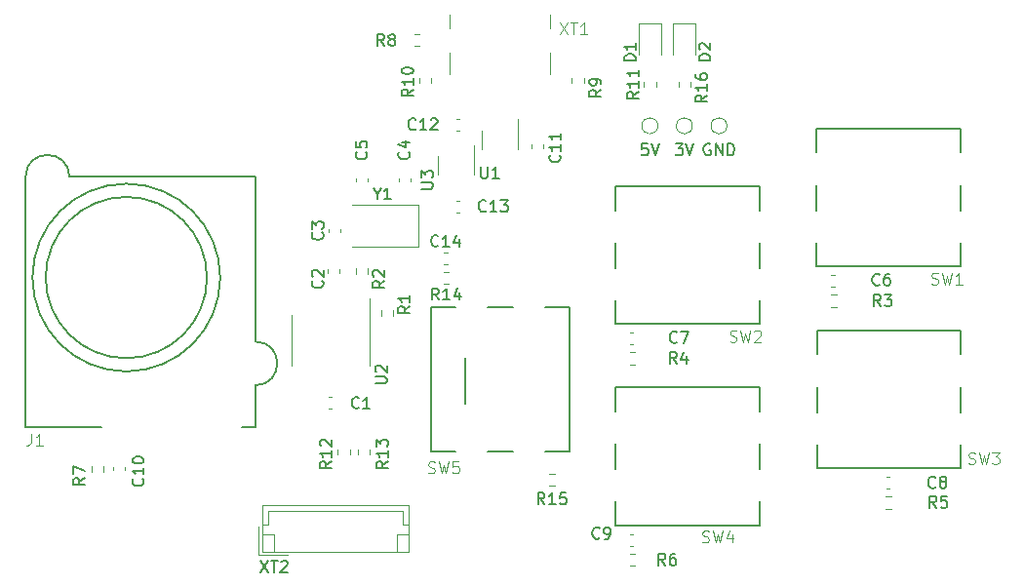
<source format=gbr>
%TF.GenerationSoftware,KiCad,Pcbnew,7.0.6*%
%TF.CreationDate,2023-11-25T17:25:05+01:00*%
%TF.ProjectId,gamepad,67616d65-7061-4642-9e6b-696361645f70,rev?*%
%TF.SameCoordinates,Original*%
%TF.FileFunction,Legend,Top*%
%TF.FilePolarity,Positive*%
%FSLAX46Y46*%
G04 Gerber Fmt 4.6, Leading zero omitted, Abs format (unit mm)*
G04 Created by KiCad (PCBNEW 7.0.6) date 2023-11-25 17:25:05*
%MOMM*%
%LPD*%
G01*
G04 APERTURE LIST*
%ADD10C,0.100000*%
%ADD11C,0.150000*%
%ADD12C,0.200000*%
%ADD13C,0.120000*%
G04 APERTURE END LIST*
D10*
X185666667Y-134309800D02*
X185809524Y-134357419D01*
X185809524Y-134357419D02*
X186047619Y-134357419D01*
X186047619Y-134357419D02*
X186142857Y-134309800D01*
X186142857Y-134309800D02*
X186190476Y-134262180D01*
X186190476Y-134262180D02*
X186238095Y-134166942D01*
X186238095Y-134166942D02*
X186238095Y-134071704D01*
X186238095Y-134071704D02*
X186190476Y-133976466D01*
X186190476Y-133976466D02*
X186142857Y-133928847D01*
X186142857Y-133928847D02*
X186047619Y-133881228D01*
X186047619Y-133881228D02*
X185857143Y-133833609D01*
X185857143Y-133833609D02*
X185761905Y-133785990D01*
X185761905Y-133785990D02*
X185714286Y-133738371D01*
X185714286Y-133738371D02*
X185666667Y-133643133D01*
X185666667Y-133643133D02*
X185666667Y-133547895D01*
X185666667Y-133547895D02*
X185714286Y-133452657D01*
X185714286Y-133452657D02*
X185761905Y-133405038D01*
X185761905Y-133405038D02*
X185857143Y-133357419D01*
X185857143Y-133357419D02*
X186095238Y-133357419D01*
X186095238Y-133357419D02*
X186238095Y-133405038D01*
X186571429Y-133357419D02*
X186809524Y-134357419D01*
X186809524Y-134357419D02*
X187000000Y-133643133D01*
X187000000Y-133643133D02*
X187190476Y-134357419D01*
X187190476Y-134357419D02*
X187428572Y-133357419D01*
X187714286Y-133357419D02*
X188333333Y-133357419D01*
X188333333Y-133357419D02*
X188000000Y-133738371D01*
X188000000Y-133738371D02*
X188142857Y-133738371D01*
X188142857Y-133738371D02*
X188238095Y-133785990D01*
X188238095Y-133785990D02*
X188285714Y-133833609D01*
X188285714Y-133833609D02*
X188333333Y-133928847D01*
X188333333Y-133928847D02*
X188333333Y-134166942D01*
X188333333Y-134166942D02*
X188285714Y-134262180D01*
X188285714Y-134262180D02*
X188238095Y-134309800D01*
X188238095Y-134309800D02*
X188142857Y-134357419D01*
X188142857Y-134357419D02*
X187857143Y-134357419D01*
X187857143Y-134357419D02*
X187761905Y-134309800D01*
X187761905Y-134309800D02*
X187714286Y-134262180D01*
D11*
X134323809Y-110903628D02*
X134323809Y-111379819D01*
X133990476Y-110379819D02*
X134323809Y-110903628D01*
X134323809Y-110903628D02*
X134657142Y-110379819D01*
X135514285Y-111379819D02*
X134942857Y-111379819D01*
X135228571Y-111379819D02*
X135228571Y-110379819D01*
X135228571Y-110379819D02*
X135133333Y-110522676D01*
X135133333Y-110522676D02*
X135038095Y-110617914D01*
X135038095Y-110617914D02*
X134942857Y-110665533D01*
X137059580Y-107266666D02*
X137107200Y-107314285D01*
X137107200Y-107314285D02*
X137154819Y-107457142D01*
X137154819Y-107457142D02*
X137154819Y-107552380D01*
X137154819Y-107552380D02*
X137107200Y-107695237D01*
X137107200Y-107695237D02*
X137011961Y-107790475D01*
X137011961Y-107790475D02*
X136916723Y-107838094D01*
X136916723Y-107838094D02*
X136726247Y-107885713D01*
X136726247Y-107885713D02*
X136583390Y-107885713D01*
X136583390Y-107885713D02*
X136392914Y-107838094D01*
X136392914Y-107838094D02*
X136297676Y-107790475D01*
X136297676Y-107790475D02*
X136202438Y-107695237D01*
X136202438Y-107695237D02*
X136154819Y-107552380D01*
X136154819Y-107552380D02*
X136154819Y-107457142D01*
X136154819Y-107457142D02*
X136202438Y-107314285D01*
X136202438Y-107314285D02*
X136250057Y-107266666D01*
X136488152Y-106409523D02*
X137154819Y-106409523D01*
X136107200Y-106647618D02*
X136821485Y-106885713D01*
X136821485Y-106885713D02*
X136821485Y-106266666D01*
X163254819Y-99338094D02*
X162254819Y-99338094D01*
X162254819Y-99338094D02*
X162254819Y-99099999D01*
X162254819Y-99099999D02*
X162302438Y-98957142D01*
X162302438Y-98957142D02*
X162397676Y-98861904D01*
X162397676Y-98861904D02*
X162492914Y-98814285D01*
X162492914Y-98814285D02*
X162683390Y-98766666D01*
X162683390Y-98766666D02*
X162826247Y-98766666D01*
X162826247Y-98766666D02*
X163016723Y-98814285D01*
X163016723Y-98814285D02*
X163111961Y-98861904D01*
X163111961Y-98861904D02*
X163207200Y-98957142D01*
X163207200Y-98957142D02*
X163254819Y-99099999D01*
X163254819Y-99099999D02*
X163254819Y-99338094D01*
X162350057Y-98385713D02*
X162302438Y-98338094D01*
X162302438Y-98338094D02*
X162254819Y-98242856D01*
X162254819Y-98242856D02*
X162254819Y-98004761D01*
X162254819Y-98004761D02*
X162302438Y-97909523D01*
X162302438Y-97909523D02*
X162350057Y-97861904D01*
X162350057Y-97861904D02*
X162445295Y-97814285D01*
X162445295Y-97814285D02*
X162540533Y-97814285D01*
X162540533Y-97814285D02*
X162683390Y-97861904D01*
X162683390Y-97861904D02*
X163254819Y-98433332D01*
X163254819Y-98433332D02*
X163254819Y-97814285D01*
X137154819Y-120666666D02*
X136678628Y-120999999D01*
X137154819Y-121238094D02*
X136154819Y-121238094D01*
X136154819Y-121238094D02*
X136154819Y-120857142D01*
X136154819Y-120857142D02*
X136202438Y-120761904D01*
X136202438Y-120761904D02*
X136250057Y-120714285D01*
X136250057Y-120714285D02*
X136345295Y-120666666D01*
X136345295Y-120666666D02*
X136488152Y-120666666D01*
X136488152Y-120666666D02*
X136583390Y-120714285D01*
X136583390Y-120714285D02*
X136631009Y-120761904D01*
X136631009Y-120761904D02*
X136678628Y-120857142D01*
X136678628Y-120857142D02*
X136678628Y-121238094D01*
X137154819Y-119714285D02*
X137154819Y-120285713D01*
X137154819Y-119999999D02*
X136154819Y-119999999D01*
X136154819Y-119999999D02*
X136297676Y-120095237D01*
X136297676Y-120095237D02*
X136392914Y-120190475D01*
X136392914Y-120190475D02*
X136440533Y-120285713D01*
D10*
X138766667Y-135109800D02*
X138909524Y-135157419D01*
X138909524Y-135157419D02*
X139147619Y-135157419D01*
X139147619Y-135157419D02*
X139242857Y-135109800D01*
X139242857Y-135109800D02*
X139290476Y-135062180D01*
X139290476Y-135062180D02*
X139338095Y-134966942D01*
X139338095Y-134966942D02*
X139338095Y-134871704D01*
X139338095Y-134871704D02*
X139290476Y-134776466D01*
X139290476Y-134776466D02*
X139242857Y-134728847D01*
X139242857Y-134728847D02*
X139147619Y-134681228D01*
X139147619Y-134681228D02*
X138957143Y-134633609D01*
X138957143Y-134633609D02*
X138861905Y-134585990D01*
X138861905Y-134585990D02*
X138814286Y-134538371D01*
X138814286Y-134538371D02*
X138766667Y-134443133D01*
X138766667Y-134443133D02*
X138766667Y-134347895D01*
X138766667Y-134347895D02*
X138814286Y-134252657D01*
X138814286Y-134252657D02*
X138861905Y-134205038D01*
X138861905Y-134205038D02*
X138957143Y-134157419D01*
X138957143Y-134157419D02*
X139195238Y-134157419D01*
X139195238Y-134157419D02*
X139338095Y-134205038D01*
X139671429Y-134157419D02*
X139909524Y-135157419D01*
X139909524Y-135157419D02*
X140100000Y-134443133D01*
X140100000Y-134443133D02*
X140290476Y-135157419D01*
X140290476Y-135157419D02*
X140528572Y-134157419D01*
X141385714Y-134157419D02*
X140909524Y-134157419D01*
X140909524Y-134157419D02*
X140861905Y-134633609D01*
X140861905Y-134633609D02*
X140909524Y-134585990D01*
X140909524Y-134585990D02*
X141004762Y-134538371D01*
X141004762Y-134538371D02*
X141242857Y-134538371D01*
X141242857Y-134538371D02*
X141338095Y-134585990D01*
X141338095Y-134585990D02*
X141385714Y-134633609D01*
X141385714Y-134633609D02*
X141433333Y-134728847D01*
X141433333Y-134728847D02*
X141433333Y-134966942D01*
X141433333Y-134966942D02*
X141385714Y-135062180D01*
X141385714Y-135062180D02*
X141338095Y-135109800D01*
X141338095Y-135109800D02*
X141242857Y-135157419D01*
X141242857Y-135157419D02*
X141004762Y-135157419D01*
X141004762Y-135157419D02*
X140909524Y-135109800D01*
X140909524Y-135109800D02*
X140861905Y-135062180D01*
D11*
X130354819Y-134142857D02*
X129878628Y-134476190D01*
X130354819Y-134714285D02*
X129354819Y-134714285D01*
X129354819Y-134714285D02*
X129354819Y-134333333D01*
X129354819Y-134333333D02*
X129402438Y-134238095D01*
X129402438Y-134238095D02*
X129450057Y-134190476D01*
X129450057Y-134190476D02*
X129545295Y-134142857D01*
X129545295Y-134142857D02*
X129688152Y-134142857D01*
X129688152Y-134142857D02*
X129783390Y-134190476D01*
X129783390Y-134190476D02*
X129831009Y-134238095D01*
X129831009Y-134238095D02*
X129878628Y-134333333D01*
X129878628Y-134333333D02*
X129878628Y-134714285D01*
X130354819Y-133190476D02*
X130354819Y-133761904D01*
X130354819Y-133476190D02*
X129354819Y-133476190D01*
X129354819Y-133476190D02*
X129497676Y-133571428D01*
X129497676Y-133571428D02*
X129592914Y-133666666D01*
X129592914Y-133666666D02*
X129640533Y-133761904D01*
X129450057Y-132809523D02*
X129402438Y-132761904D01*
X129402438Y-132761904D02*
X129354819Y-132666666D01*
X129354819Y-132666666D02*
X129354819Y-132428571D01*
X129354819Y-132428571D02*
X129402438Y-132333333D01*
X129402438Y-132333333D02*
X129450057Y-132285714D01*
X129450057Y-132285714D02*
X129545295Y-132238095D01*
X129545295Y-132238095D02*
X129640533Y-132238095D01*
X129640533Y-132238095D02*
X129783390Y-132285714D01*
X129783390Y-132285714D02*
X130354819Y-132857142D01*
X130354819Y-132857142D02*
X130354819Y-132238095D01*
X157809523Y-106554819D02*
X157333333Y-106554819D01*
X157333333Y-106554819D02*
X157285714Y-107031009D01*
X157285714Y-107031009D02*
X157333333Y-106983390D01*
X157333333Y-106983390D02*
X157428571Y-106935771D01*
X157428571Y-106935771D02*
X157666666Y-106935771D01*
X157666666Y-106935771D02*
X157761904Y-106983390D01*
X157761904Y-106983390D02*
X157809523Y-107031009D01*
X157809523Y-107031009D02*
X157857142Y-107126247D01*
X157857142Y-107126247D02*
X157857142Y-107364342D01*
X157857142Y-107364342D02*
X157809523Y-107459580D01*
X157809523Y-107459580D02*
X157761904Y-107507200D01*
X157761904Y-107507200D02*
X157666666Y-107554819D01*
X157666666Y-107554819D02*
X157428571Y-107554819D01*
X157428571Y-107554819D02*
X157333333Y-107507200D01*
X157333333Y-107507200D02*
X157285714Y-107459580D01*
X158142857Y-106554819D02*
X158476190Y-107554819D01*
X158476190Y-107554819D02*
X158809523Y-106554819D01*
X160333333Y-123759580D02*
X160285714Y-123807200D01*
X160285714Y-123807200D02*
X160142857Y-123854819D01*
X160142857Y-123854819D02*
X160047619Y-123854819D01*
X160047619Y-123854819D02*
X159904762Y-123807200D01*
X159904762Y-123807200D02*
X159809524Y-123711961D01*
X159809524Y-123711961D02*
X159761905Y-123616723D01*
X159761905Y-123616723D02*
X159714286Y-123426247D01*
X159714286Y-123426247D02*
X159714286Y-123283390D01*
X159714286Y-123283390D02*
X159761905Y-123092914D01*
X159761905Y-123092914D02*
X159809524Y-122997676D01*
X159809524Y-122997676D02*
X159904762Y-122902438D01*
X159904762Y-122902438D02*
X160047619Y-122854819D01*
X160047619Y-122854819D02*
X160142857Y-122854819D01*
X160142857Y-122854819D02*
X160285714Y-122902438D01*
X160285714Y-122902438D02*
X160333333Y-122950057D01*
X160666667Y-122854819D02*
X161333333Y-122854819D01*
X161333333Y-122854819D02*
X160904762Y-123854819D01*
X160333333Y-125654819D02*
X160000000Y-125178628D01*
X159761905Y-125654819D02*
X159761905Y-124654819D01*
X159761905Y-124654819D02*
X160142857Y-124654819D01*
X160142857Y-124654819D02*
X160238095Y-124702438D01*
X160238095Y-124702438D02*
X160285714Y-124750057D01*
X160285714Y-124750057D02*
X160333333Y-124845295D01*
X160333333Y-124845295D02*
X160333333Y-124988152D01*
X160333333Y-124988152D02*
X160285714Y-125083390D01*
X160285714Y-125083390D02*
X160238095Y-125131009D01*
X160238095Y-125131009D02*
X160142857Y-125178628D01*
X160142857Y-125178628D02*
X159761905Y-125178628D01*
X161190476Y-124988152D02*
X161190476Y-125654819D01*
X160952381Y-124607200D02*
X160714286Y-125321485D01*
X160714286Y-125321485D02*
X161333333Y-125321485D01*
X143757142Y-112359580D02*
X143709523Y-112407200D01*
X143709523Y-112407200D02*
X143566666Y-112454819D01*
X143566666Y-112454819D02*
X143471428Y-112454819D01*
X143471428Y-112454819D02*
X143328571Y-112407200D01*
X143328571Y-112407200D02*
X143233333Y-112311961D01*
X143233333Y-112311961D02*
X143185714Y-112216723D01*
X143185714Y-112216723D02*
X143138095Y-112026247D01*
X143138095Y-112026247D02*
X143138095Y-111883390D01*
X143138095Y-111883390D02*
X143185714Y-111692914D01*
X143185714Y-111692914D02*
X143233333Y-111597676D01*
X143233333Y-111597676D02*
X143328571Y-111502438D01*
X143328571Y-111502438D02*
X143471428Y-111454819D01*
X143471428Y-111454819D02*
X143566666Y-111454819D01*
X143566666Y-111454819D02*
X143709523Y-111502438D01*
X143709523Y-111502438D02*
X143757142Y-111550057D01*
X144709523Y-112454819D02*
X144138095Y-112454819D01*
X144423809Y-112454819D02*
X144423809Y-111454819D01*
X144423809Y-111454819D02*
X144328571Y-111597676D01*
X144328571Y-111597676D02*
X144233333Y-111692914D01*
X144233333Y-111692914D02*
X144138095Y-111740533D01*
X145042857Y-111454819D02*
X145661904Y-111454819D01*
X145661904Y-111454819D02*
X145328571Y-111835771D01*
X145328571Y-111835771D02*
X145471428Y-111835771D01*
X145471428Y-111835771D02*
X145566666Y-111883390D01*
X145566666Y-111883390D02*
X145614285Y-111931009D01*
X145614285Y-111931009D02*
X145661904Y-112026247D01*
X145661904Y-112026247D02*
X145661904Y-112264342D01*
X145661904Y-112264342D02*
X145614285Y-112359580D01*
X145614285Y-112359580D02*
X145566666Y-112407200D01*
X145566666Y-112407200D02*
X145471428Y-112454819D01*
X145471428Y-112454819D02*
X145185714Y-112454819D01*
X145185714Y-112454819D02*
X145090476Y-112407200D01*
X145090476Y-112407200D02*
X145042857Y-112359580D01*
X160238095Y-106554819D02*
X160857142Y-106554819D01*
X160857142Y-106554819D02*
X160523809Y-106935771D01*
X160523809Y-106935771D02*
X160666666Y-106935771D01*
X160666666Y-106935771D02*
X160761904Y-106983390D01*
X160761904Y-106983390D02*
X160809523Y-107031009D01*
X160809523Y-107031009D02*
X160857142Y-107126247D01*
X160857142Y-107126247D02*
X160857142Y-107364342D01*
X160857142Y-107364342D02*
X160809523Y-107459580D01*
X160809523Y-107459580D02*
X160761904Y-107507200D01*
X160761904Y-107507200D02*
X160666666Y-107554819D01*
X160666666Y-107554819D02*
X160380952Y-107554819D01*
X160380952Y-107554819D02*
X160285714Y-107507200D01*
X160285714Y-107507200D02*
X160238095Y-107459580D01*
X161142857Y-106554819D02*
X161476190Y-107554819D01*
X161476190Y-107554819D02*
X161809523Y-106554819D01*
X133359580Y-107266666D02*
X133407200Y-107314285D01*
X133407200Y-107314285D02*
X133454819Y-107457142D01*
X133454819Y-107457142D02*
X133454819Y-107552380D01*
X133454819Y-107552380D02*
X133407200Y-107695237D01*
X133407200Y-107695237D02*
X133311961Y-107790475D01*
X133311961Y-107790475D02*
X133216723Y-107838094D01*
X133216723Y-107838094D02*
X133026247Y-107885713D01*
X133026247Y-107885713D02*
X132883390Y-107885713D01*
X132883390Y-107885713D02*
X132692914Y-107838094D01*
X132692914Y-107838094D02*
X132597676Y-107790475D01*
X132597676Y-107790475D02*
X132502438Y-107695237D01*
X132502438Y-107695237D02*
X132454819Y-107552380D01*
X132454819Y-107552380D02*
X132454819Y-107457142D01*
X132454819Y-107457142D02*
X132502438Y-107314285D01*
X132502438Y-107314285D02*
X132550057Y-107266666D01*
X132454819Y-106361904D02*
X132454819Y-106838094D01*
X132454819Y-106838094D02*
X132931009Y-106885713D01*
X132931009Y-106885713D02*
X132883390Y-106838094D01*
X132883390Y-106838094D02*
X132835771Y-106742856D01*
X132835771Y-106742856D02*
X132835771Y-106504761D01*
X132835771Y-106504761D02*
X132883390Y-106409523D01*
X132883390Y-106409523D02*
X132931009Y-106361904D01*
X132931009Y-106361904D02*
X133026247Y-106314285D01*
X133026247Y-106314285D02*
X133264342Y-106314285D01*
X133264342Y-106314285D02*
X133359580Y-106361904D01*
X133359580Y-106361904D02*
X133407200Y-106409523D01*
X133407200Y-106409523D02*
X133454819Y-106504761D01*
X133454819Y-106504761D02*
X133454819Y-106742856D01*
X133454819Y-106742856D02*
X133407200Y-106838094D01*
X133407200Y-106838094D02*
X133359580Y-106885713D01*
X129559580Y-118466666D02*
X129607200Y-118514285D01*
X129607200Y-118514285D02*
X129654819Y-118657142D01*
X129654819Y-118657142D02*
X129654819Y-118752380D01*
X129654819Y-118752380D02*
X129607200Y-118895237D01*
X129607200Y-118895237D02*
X129511961Y-118990475D01*
X129511961Y-118990475D02*
X129416723Y-119038094D01*
X129416723Y-119038094D02*
X129226247Y-119085713D01*
X129226247Y-119085713D02*
X129083390Y-119085713D01*
X129083390Y-119085713D02*
X128892914Y-119038094D01*
X128892914Y-119038094D02*
X128797676Y-118990475D01*
X128797676Y-118990475D02*
X128702438Y-118895237D01*
X128702438Y-118895237D02*
X128654819Y-118752380D01*
X128654819Y-118752380D02*
X128654819Y-118657142D01*
X128654819Y-118657142D02*
X128702438Y-118514285D01*
X128702438Y-118514285D02*
X128750057Y-118466666D01*
X128750057Y-118085713D02*
X128702438Y-118038094D01*
X128702438Y-118038094D02*
X128654819Y-117942856D01*
X128654819Y-117942856D02*
X128654819Y-117704761D01*
X128654819Y-117704761D02*
X128702438Y-117609523D01*
X128702438Y-117609523D02*
X128750057Y-117561904D01*
X128750057Y-117561904D02*
X128845295Y-117514285D01*
X128845295Y-117514285D02*
X128940533Y-117514285D01*
X128940533Y-117514285D02*
X129083390Y-117561904D01*
X129083390Y-117561904D02*
X129654819Y-118133332D01*
X129654819Y-118133332D02*
X129654819Y-117514285D01*
X150159580Y-107542857D02*
X150207200Y-107590476D01*
X150207200Y-107590476D02*
X150254819Y-107733333D01*
X150254819Y-107733333D02*
X150254819Y-107828571D01*
X150254819Y-107828571D02*
X150207200Y-107971428D01*
X150207200Y-107971428D02*
X150111961Y-108066666D01*
X150111961Y-108066666D02*
X150016723Y-108114285D01*
X150016723Y-108114285D02*
X149826247Y-108161904D01*
X149826247Y-108161904D02*
X149683390Y-108161904D01*
X149683390Y-108161904D02*
X149492914Y-108114285D01*
X149492914Y-108114285D02*
X149397676Y-108066666D01*
X149397676Y-108066666D02*
X149302438Y-107971428D01*
X149302438Y-107971428D02*
X149254819Y-107828571D01*
X149254819Y-107828571D02*
X149254819Y-107733333D01*
X149254819Y-107733333D02*
X149302438Y-107590476D01*
X149302438Y-107590476D02*
X149350057Y-107542857D01*
X150254819Y-106590476D02*
X150254819Y-107161904D01*
X150254819Y-106876190D02*
X149254819Y-106876190D01*
X149254819Y-106876190D02*
X149397676Y-106971428D01*
X149397676Y-106971428D02*
X149492914Y-107066666D01*
X149492914Y-107066666D02*
X149540533Y-107161904D01*
X150254819Y-105638095D02*
X150254819Y-106209523D01*
X150254819Y-105923809D02*
X149254819Y-105923809D01*
X149254819Y-105923809D02*
X149397676Y-106019047D01*
X149397676Y-106019047D02*
X149492914Y-106114285D01*
X149492914Y-106114285D02*
X149540533Y-106209523D01*
X113959580Y-135642857D02*
X114007200Y-135690476D01*
X114007200Y-135690476D02*
X114054819Y-135833333D01*
X114054819Y-135833333D02*
X114054819Y-135928571D01*
X114054819Y-135928571D02*
X114007200Y-136071428D01*
X114007200Y-136071428D02*
X113911961Y-136166666D01*
X113911961Y-136166666D02*
X113816723Y-136214285D01*
X113816723Y-136214285D02*
X113626247Y-136261904D01*
X113626247Y-136261904D02*
X113483390Y-136261904D01*
X113483390Y-136261904D02*
X113292914Y-136214285D01*
X113292914Y-136214285D02*
X113197676Y-136166666D01*
X113197676Y-136166666D02*
X113102438Y-136071428D01*
X113102438Y-136071428D02*
X113054819Y-135928571D01*
X113054819Y-135928571D02*
X113054819Y-135833333D01*
X113054819Y-135833333D02*
X113102438Y-135690476D01*
X113102438Y-135690476D02*
X113150057Y-135642857D01*
X114054819Y-134690476D02*
X114054819Y-135261904D01*
X114054819Y-134976190D02*
X113054819Y-134976190D01*
X113054819Y-134976190D02*
X113197676Y-135071428D01*
X113197676Y-135071428D02*
X113292914Y-135166666D01*
X113292914Y-135166666D02*
X113340533Y-135261904D01*
X113054819Y-134071428D02*
X113054819Y-133976190D01*
X113054819Y-133976190D02*
X113102438Y-133880952D01*
X113102438Y-133880952D02*
X113150057Y-133833333D01*
X113150057Y-133833333D02*
X113245295Y-133785714D01*
X113245295Y-133785714D02*
X113435771Y-133738095D01*
X113435771Y-133738095D02*
X113673866Y-133738095D01*
X113673866Y-133738095D02*
X113864342Y-133785714D01*
X113864342Y-133785714D02*
X113959580Y-133833333D01*
X113959580Y-133833333D02*
X114007200Y-133880952D01*
X114007200Y-133880952D02*
X114054819Y-133976190D01*
X114054819Y-133976190D02*
X114054819Y-134071428D01*
X114054819Y-134071428D02*
X114007200Y-134166666D01*
X114007200Y-134166666D02*
X113959580Y-134214285D01*
X113959580Y-134214285D02*
X113864342Y-134261904D01*
X113864342Y-134261904D02*
X113673866Y-134309523D01*
X113673866Y-134309523D02*
X113435771Y-134309523D01*
X113435771Y-134309523D02*
X113245295Y-134261904D01*
X113245295Y-134261904D02*
X113150057Y-134214285D01*
X113150057Y-134214285D02*
X113102438Y-134166666D01*
X113102438Y-134166666D02*
X113054819Y-134071428D01*
X153754819Y-101866666D02*
X153278628Y-102199999D01*
X153754819Y-102438094D02*
X152754819Y-102438094D01*
X152754819Y-102438094D02*
X152754819Y-102057142D01*
X152754819Y-102057142D02*
X152802438Y-101961904D01*
X152802438Y-101961904D02*
X152850057Y-101914285D01*
X152850057Y-101914285D02*
X152945295Y-101866666D01*
X152945295Y-101866666D02*
X153088152Y-101866666D01*
X153088152Y-101866666D02*
X153183390Y-101914285D01*
X153183390Y-101914285D02*
X153231009Y-101961904D01*
X153231009Y-101961904D02*
X153278628Y-102057142D01*
X153278628Y-102057142D02*
X153278628Y-102438094D01*
X153754819Y-101390475D02*
X153754819Y-101199999D01*
X153754819Y-101199999D02*
X153707200Y-101104761D01*
X153707200Y-101104761D02*
X153659580Y-101057142D01*
X153659580Y-101057142D02*
X153516723Y-100961904D01*
X153516723Y-100961904D02*
X153326247Y-100914285D01*
X153326247Y-100914285D02*
X152945295Y-100914285D01*
X152945295Y-100914285D02*
X152850057Y-100961904D01*
X152850057Y-100961904D02*
X152802438Y-101009523D01*
X152802438Y-101009523D02*
X152754819Y-101104761D01*
X152754819Y-101104761D02*
X152754819Y-101295237D01*
X152754819Y-101295237D02*
X152802438Y-101390475D01*
X152802438Y-101390475D02*
X152850057Y-101438094D01*
X152850057Y-101438094D02*
X152945295Y-101485713D01*
X152945295Y-101485713D02*
X153183390Y-101485713D01*
X153183390Y-101485713D02*
X153278628Y-101438094D01*
X153278628Y-101438094D02*
X153326247Y-101390475D01*
X153326247Y-101390475D02*
X153373866Y-101295237D01*
X153373866Y-101295237D02*
X153373866Y-101104761D01*
X153373866Y-101104761D02*
X153326247Y-101009523D01*
X153326247Y-101009523D02*
X153278628Y-100961904D01*
X153278628Y-100961904D02*
X153183390Y-100914285D01*
X163238095Y-106602438D02*
X163142857Y-106554819D01*
X163142857Y-106554819D02*
X163000000Y-106554819D01*
X163000000Y-106554819D02*
X162857143Y-106602438D01*
X162857143Y-106602438D02*
X162761905Y-106697676D01*
X162761905Y-106697676D02*
X162714286Y-106792914D01*
X162714286Y-106792914D02*
X162666667Y-106983390D01*
X162666667Y-106983390D02*
X162666667Y-107126247D01*
X162666667Y-107126247D02*
X162714286Y-107316723D01*
X162714286Y-107316723D02*
X162761905Y-107411961D01*
X162761905Y-107411961D02*
X162857143Y-107507200D01*
X162857143Y-107507200D02*
X163000000Y-107554819D01*
X163000000Y-107554819D02*
X163095238Y-107554819D01*
X163095238Y-107554819D02*
X163238095Y-107507200D01*
X163238095Y-107507200D02*
X163285714Y-107459580D01*
X163285714Y-107459580D02*
X163285714Y-107126247D01*
X163285714Y-107126247D02*
X163095238Y-107126247D01*
X163714286Y-107554819D02*
X163714286Y-106554819D01*
X163714286Y-106554819D02*
X164285714Y-107554819D01*
X164285714Y-107554819D02*
X164285714Y-106554819D01*
X164761905Y-107554819D02*
X164761905Y-106554819D01*
X164761905Y-106554819D02*
X165000000Y-106554819D01*
X165000000Y-106554819D02*
X165142857Y-106602438D01*
X165142857Y-106602438D02*
X165238095Y-106697676D01*
X165238095Y-106697676D02*
X165285714Y-106792914D01*
X165285714Y-106792914D02*
X165333333Y-106983390D01*
X165333333Y-106983390D02*
X165333333Y-107126247D01*
X165333333Y-107126247D02*
X165285714Y-107316723D01*
X165285714Y-107316723D02*
X165238095Y-107411961D01*
X165238095Y-107411961D02*
X165142857Y-107507200D01*
X165142857Y-107507200D02*
X165000000Y-107554819D01*
X165000000Y-107554819D02*
X164761905Y-107554819D01*
X153633333Y-140759580D02*
X153585714Y-140807200D01*
X153585714Y-140807200D02*
X153442857Y-140854819D01*
X153442857Y-140854819D02*
X153347619Y-140854819D01*
X153347619Y-140854819D02*
X153204762Y-140807200D01*
X153204762Y-140807200D02*
X153109524Y-140711961D01*
X153109524Y-140711961D02*
X153061905Y-140616723D01*
X153061905Y-140616723D02*
X153014286Y-140426247D01*
X153014286Y-140426247D02*
X153014286Y-140283390D01*
X153014286Y-140283390D02*
X153061905Y-140092914D01*
X153061905Y-140092914D02*
X153109524Y-139997676D01*
X153109524Y-139997676D02*
X153204762Y-139902438D01*
X153204762Y-139902438D02*
X153347619Y-139854819D01*
X153347619Y-139854819D02*
X153442857Y-139854819D01*
X153442857Y-139854819D02*
X153585714Y-139902438D01*
X153585714Y-139902438D02*
X153633333Y-139950057D01*
X154109524Y-140854819D02*
X154300000Y-140854819D01*
X154300000Y-140854819D02*
X154395238Y-140807200D01*
X154395238Y-140807200D02*
X154442857Y-140759580D01*
X154442857Y-140759580D02*
X154538095Y-140616723D01*
X154538095Y-140616723D02*
X154585714Y-140426247D01*
X154585714Y-140426247D02*
X154585714Y-140045295D01*
X154585714Y-140045295D02*
X154538095Y-139950057D01*
X154538095Y-139950057D02*
X154490476Y-139902438D01*
X154490476Y-139902438D02*
X154395238Y-139854819D01*
X154395238Y-139854819D02*
X154204762Y-139854819D01*
X154204762Y-139854819D02*
X154109524Y-139902438D01*
X154109524Y-139902438D02*
X154061905Y-139950057D01*
X154061905Y-139950057D02*
X154014286Y-140045295D01*
X154014286Y-140045295D02*
X154014286Y-140283390D01*
X154014286Y-140283390D02*
X154061905Y-140378628D01*
X154061905Y-140378628D02*
X154109524Y-140426247D01*
X154109524Y-140426247D02*
X154204762Y-140473866D01*
X154204762Y-140473866D02*
X154395238Y-140473866D01*
X154395238Y-140473866D02*
X154490476Y-140426247D01*
X154490476Y-140426247D02*
X154538095Y-140378628D01*
X154538095Y-140378628D02*
X154585714Y-140283390D01*
X177933333Y-118759580D02*
X177885714Y-118807200D01*
X177885714Y-118807200D02*
X177742857Y-118854819D01*
X177742857Y-118854819D02*
X177647619Y-118854819D01*
X177647619Y-118854819D02*
X177504762Y-118807200D01*
X177504762Y-118807200D02*
X177409524Y-118711961D01*
X177409524Y-118711961D02*
X177361905Y-118616723D01*
X177361905Y-118616723D02*
X177314286Y-118426247D01*
X177314286Y-118426247D02*
X177314286Y-118283390D01*
X177314286Y-118283390D02*
X177361905Y-118092914D01*
X177361905Y-118092914D02*
X177409524Y-117997676D01*
X177409524Y-117997676D02*
X177504762Y-117902438D01*
X177504762Y-117902438D02*
X177647619Y-117854819D01*
X177647619Y-117854819D02*
X177742857Y-117854819D01*
X177742857Y-117854819D02*
X177885714Y-117902438D01*
X177885714Y-117902438D02*
X177933333Y-117950057D01*
X178790476Y-117854819D02*
X178600000Y-117854819D01*
X178600000Y-117854819D02*
X178504762Y-117902438D01*
X178504762Y-117902438D02*
X178457143Y-117950057D01*
X178457143Y-117950057D02*
X178361905Y-118092914D01*
X178361905Y-118092914D02*
X178314286Y-118283390D01*
X178314286Y-118283390D02*
X178314286Y-118664342D01*
X178314286Y-118664342D02*
X178361905Y-118759580D01*
X178361905Y-118759580D02*
X178409524Y-118807200D01*
X178409524Y-118807200D02*
X178504762Y-118854819D01*
X178504762Y-118854819D02*
X178695238Y-118854819D01*
X178695238Y-118854819D02*
X178790476Y-118807200D01*
X178790476Y-118807200D02*
X178838095Y-118759580D01*
X178838095Y-118759580D02*
X178885714Y-118664342D01*
X178885714Y-118664342D02*
X178885714Y-118426247D01*
X178885714Y-118426247D02*
X178838095Y-118331009D01*
X178838095Y-118331009D02*
X178790476Y-118283390D01*
X178790476Y-118283390D02*
X178695238Y-118235771D01*
X178695238Y-118235771D02*
X178504762Y-118235771D01*
X178504762Y-118235771D02*
X178409524Y-118283390D01*
X178409524Y-118283390D02*
X178361905Y-118331009D01*
X178361905Y-118331009D02*
X178314286Y-118426247D01*
X132733333Y-129459580D02*
X132685714Y-129507200D01*
X132685714Y-129507200D02*
X132542857Y-129554819D01*
X132542857Y-129554819D02*
X132447619Y-129554819D01*
X132447619Y-129554819D02*
X132304762Y-129507200D01*
X132304762Y-129507200D02*
X132209524Y-129411961D01*
X132209524Y-129411961D02*
X132161905Y-129316723D01*
X132161905Y-129316723D02*
X132114286Y-129126247D01*
X132114286Y-129126247D02*
X132114286Y-128983390D01*
X132114286Y-128983390D02*
X132161905Y-128792914D01*
X132161905Y-128792914D02*
X132209524Y-128697676D01*
X132209524Y-128697676D02*
X132304762Y-128602438D01*
X132304762Y-128602438D02*
X132447619Y-128554819D01*
X132447619Y-128554819D02*
X132542857Y-128554819D01*
X132542857Y-128554819D02*
X132685714Y-128602438D01*
X132685714Y-128602438D02*
X132733333Y-128650057D01*
X133685714Y-129554819D02*
X133114286Y-129554819D01*
X133400000Y-129554819D02*
X133400000Y-128554819D01*
X133400000Y-128554819D02*
X133304762Y-128697676D01*
X133304762Y-128697676D02*
X133209524Y-128792914D01*
X133209524Y-128792914D02*
X133114286Y-128840533D01*
X182783333Y-136359580D02*
X182735714Y-136407200D01*
X182735714Y-136407200D02*
X182592857Y-136454819D01*
X182592857Y-136454819D02*
X182497619Y-136454819D01*
X182497619Y-136454819D02*
X182354762Y-136407200D01*
X182354762Y-136407200D02*
X182259524Y-136311961D01*
X182259524Y-136311961D02*
X182211905Y-136216723D01*
X182211905Y-136216723D02*
X182164286Y-136026247D01*
X182164286Y-136026247D02*
X182164286Y-135883390D01*
X182164286Y-135883390D02*
X182211905Y-135692914D01*
X182211905Y-135692914D02*
X182259524Y-135597676D01*
X182259524Y-135597676D02*
X182354762Y-135502438D01*
X182354762Y-135502438D02*
X182497619Y-135454819D01*
X182497619Y-135454819D02*
X182592857Y-135454819D01*
X182592857Y-135454819D02*
X182735714Y-135502438D01*
X182735714Y-135502438D02*
X182783333Y-135550057D01*
X183354762Y-135883390D02*
X183259524Y-135835771D01*
X183259524Y-135835771D02*
X183211905Y-135788152D01*
X183211905Y-135788152D02*
X183164286Y-135692914D01*
X183164286Y-135692914D02*
X183164286Y-135645295D01*
X183164286Y-135645295D02*
X183211905Y-135550057D01*
X183211905Y-135550057D02*
X183259524Y-135502438D01*
X183259524Y-135502438D02*
X183354762Y-135454819D01*
X183354762Y-135454819D02*
X183545238Y-135454819D01*
X183545238Y-135454819D02*
X183640476Y-135502438D01*
X183640476Y-135502438D02*
X183688095Y-135550057D01*
X183688095Y-135550057D02*
X183735714Y-135645295D01*
X183735714Y-135645295D02*
X183735714Y-135692914D01*
X183735714Y-135692914D02*
X183688095Y-135788152D01*
X183688095Y-135788152D02*
X183640476Y-135835771D01*
X183640476Y-135835771D02*
X183545238Y-135883390D01*
X183545238Y-135883390D02*
X183354762Y-135883390D01*
X183354762Y-135883390D02*
X183259524Y-135931009D01*
X183259524Y-135931009D02*
X183211905Y-135978628D01*
X183211905Y-135978628D02*
X183164286Y-136073866D01*
X183164286Y-136073866D02*
X183164286Y-136264342D01*
X183164286Y-136264342D02*
X183211905Y-136359580D01*
X183211905Y-136359580D02*
X183259524Y-136407200D01*
X183259524Y-136407200D02*
X183354762Y-136454819D01*
X183354762Y-136454819D02*
X183545238Y-136454819D01*
X183545238Y-136454819D02*
X183640476Y-136407200D01*
X183640476Y-136407200D02*
X183688095Y-136359580D01*
X183688095Y-136359580D02*
X183735714Y-136264342D01*
X183735714Y-136264342D02*
X183735714Y-136073866D01*
X183735714Y-136073866D02*
X183688095Y-135978628D01*
X183688095Y-135978628D02*
X183640476Y-135931009D01*
X183640476Y-135931009D02*
X183545238Y-135883390D01*
X134933333Y-98054819D02*
X134600000Y-97578628D01*
X134361905Y-98054819D02*
X134361905Y-97054819D01*
X134361905Y-97054819D02*
X134742857Y-97054819D01*
X134742857Y-97054819D02*
X134838095Y-97102438D01*
X134838095Y-97102438D02*
X134885714Y-97150057D01*
X134885714Y-97150057D02*
X134933333Y-97245295D01*
X134933333Y-97245295D02*
X134933333Y-97388152D01*
X134933333Y-97388152D02*
X134885714Y-97483390D01*
X134885714Y-97483390D02*
X134838095Y-97531009D01*
X134838095Y-97531009D02*
X134742857Y-97578628D01*
X134742857Y-97578628D02*
X134361905Y-97578628D01*
X135504762Y-97483390D02*
X135409524Y-97435771D01*
X135409524Y-97435771D02*
X135361905Y-97388152D01*
X135361905Y-97388152D02*
X135314286Y-97292914D01*
X135314286Y-97292914D02*
X135314286Y-97245295D01*
X135314286Y-97245295D02*
X135361905Y-97150057D01*
X135361905Y-97150057D02*
X135409524Y-97102438D01*
X135409524Y-97102438D02*
X135504762Y-97054819D01*
X135504762Y-97054819D02*
X135695238Y-97054819D01*
X135695238Y-97054819D02*
X135790476Y-97102438D01*
X135790476Y-97102438D02*
X135838095Y-97150057D01*
X135838095Y-97150057D02*
X135885714Y-97245295D01*
X135885714Y-97245295D02*
X135885714Y-97292914D01*
X135885714Y-97292914D02*
X135838095Y-97388152D01*
X135838095Y-97388152D02*
X135790476Y-97435771D01*
X135790476Y-97435771D02*
X135695238Y-97483390D01*
X135695238Y-97483390D02*
X135504762Y-97483390D01*
X135504762Y-97483390D02*
X135409524Y-97531009D01*
X135409524Y-97531009D02*
X135361905Y-97578628D01*
X135361905Y-97578628D02*
X135314286Y-97673866D01*
X135314286Y-97673866D02*
X135314286Y-97864342D01*
X135314286Y-97864342D02*
X135361905Y-97959580D01*
X135361905Y-97959580D02*
X135409524Y-98007200D01*
X135409524Y-98007200D02*
X135504762Y-98054819D01*
X135504762Y-98054819D02*
X135695238Y-98054819D01*
X135695238Y-98054819D02*
X135790476Y-98007200D01*
X135790476Y-98007200D02*
X135838095Y-97959580D01*
X135838095Y-97959580D02*
X135885714Y-97864342D01*
X135885714Y-97864342D02*
X135885714Y-97673866D01*
X135885714Y-97673866D02*
X135838095Y-97578628D01*
X135838095Y-97578628D02*
X135790476Y-97531009D01*
X135790476Y-97531009D02*
X135695238Y-97483390D01*
X159333333Y-143154819D02*
X159000000Y-142678628D01*
X158761905Y-143154819D02*
X158761905Y-142154819D01*
X158761905Y-142154819D02*
X159142857Y-142154819D01*
X159142857Y-142154819D02*
X159238095Y-142202438D01*
X159238095Y-142202438D02*
X159285714Y-142250057D01*
X159285714Y-142250057D02*
X159333333Y-142345295D01*
X159333333Y-142345295D02*
X159333333Y-142488152D01*
X159333333Y-142488152D02*
X159285714Y-142583390D01*
X159285714Y-142583390D02*
X159238095Y-142631009D01*
X159238095Y-142631009D02*
X159142857Y-142678628D01*
X159142857Y-142678628D02*
X158761905Y-142678628D01*
X160190476Y-142154819D02*
X160000000Y-142154819D01*
X160000000Y-142154819D02*
X159904762Y-142202438D01*
X159904762Y-142202438D02*
X159857143Y-142250057D01*
X159857143Y-142250057D02*
X159761905Y-142392914D01*
X159761905Y-142392914D02*
X159714286Y-142583390D01*
X159714286Y-142583390D02*
X159714286Y-142964342D01*
X159714286Y-142964342D02*
X159761905Y-143059580D01*
X159761905Y-143059580D02*
X159809524Y-143107200D01*
X159809524Y-143107200D02*
X159904762Y-143154819D01*
X159904762Y-143154819D02*
X160095238Y-143154819D01*
X160095238Y-143154819D02*
X160190476Y-143107200D01*
X160190476Y-143107200D02*
X160238095Y-143059580D01*
X160238095Y-143059580D02*
X160285714Y-142964342D01*
X160285714Y-142964342D02*
X160285714Y-142726247D01*
X160285714Y-142726247D02*
X160238095Y-142631009D01*
X160238095Y-142631009D02*
X160190476Y-142583390D01*
X160190476Y-142583390D02*
X160095238Y-142535771D01*
X160095238Y-142535771D02*
X159904762Y-142535771D01*
X159904762Y-142535771D02*
X159809524Y-142583390D01*
X159809524Y-142583390D02*
X159761905Y-142631009D01*
X159761905Y-142631009D02*
X159714286Y-142726247D01*
X162954819Y-102342857D02*
X162478628Y-102676190D01*
X162954819Y-102914285D02*
X161954819Y-102914285D01*
X161954819Y-102914285D02*
X161954819Y-102533333D01*
X161954819Y-102533333D02*
X162002438Y-102438095D01*
X162002438Y-102438095D02*
X162050057Y-102390476D01*
X162050057Y-102390476D02*
X162145295Y-102342857D01*
X162145295Y-102342857D02*
X162288152Y-102342857D01*
X162288152Y-102342857D02*
X162383390Y-102390476D01*
X162383390Y-102390476D02*
X162431009Y-102438095D01*
X162431009Y-102438095D02*
X162478628Y-102533333D01*
X162478628Y-102533333D02*
X162478628Y-102914285D01*
X162954819Y-101390476D02*
X162954819Y-101961904D01*
X162954819Y-101676190D02*
X161954819Y-101676190D01*
X161954819Y-101676190D02*
X162097676Y-101771428D01*
X162097676Y-101771428D02*
X162192914Y-101866666D01*
X162192914Y-101866666D02*
X162240533Y-101961904D01*
X161954819Y-100533333D02*
X161954819Y-100723809D01*
X161954819Y-100723809D02*
X162002438Y-100819047D01*
X162002438Y-100819047D02*
X162050057Y-100866666D01*
X162050057Y-100866666D02*
X162192914Y-100961904D01*
X162192914Y-100961904D02*
X162383390Y-101009523D01*
X162383390Y-101009523D02*
X162764342Y-101009523D01*
X162764342Y-101009523D02*
X162859580Y-100961904D01*
X162859580Y-100961904D02*
X162907200Y-100914285D01*
X162907200Y-100914285D02*
X162954819Y-100819047D01*
X162954819Y-100819047D02*
X162954819Y-100628571D01*
X162954819Y-100628571D02*
X162907200Y-100533333D01*
X162907200Y-100533333D02*
X162859580Y-100485714D01*
X162859580Y-100485714D02*
X162764342Y-100438095D01*
X162764342Y-100438095D02*
X162526247Y-100438095D01*
X162526247Y-100438095D02*
X162431009Y-100485714D01*
X162431009Y-100485714D02*
X162383390Y-100533333D01*
X162383390Y-100533333D02*
X162335771Y-100628571D01*
X162335771Y-100628571D02*
X162335771Y-100819047D01*
X162335771Y-100819047D02*
X162383390Y-100914285D01*
X162383390Y-100914285D02*
X162431009Y-100961904D01*
X162431009Y-100961904D02*
X162526247Y-101009523D01*
X108954819Y-135566666D02*
X108478628Y-135899999D01*
X108954819Y-136138094D02*
X107954819Y-136138094D01*
X107954819Y-136138094D02*
X107954819Y-135757142D01*
X107954819Y-135757142D02*
X108002438Y-135661904D01*
X108002438Y-135661904D02*
X108050057Y-135614285D01*
X108050057Y-135614285D02*
X108145295Y-135566666D01*
X108145295Y-135566666D02*
X108288152Y-135566666D01*
X108288152Y-135566666D02*
X108383390Y-135614285D01*
X108383390Y-135614285D02*
X108431009Y-135661904D01*
X108431009Y-135661904D02*
X108478628Y-135757142D01*
X108478628Y-135757142D02*
X108478628Y-136138094D01*
X107954819Y-135233332D02*
X107954819Y-134566666D01*
X107954819Y-134566666D02*
X108954819Y-134995237D01*
X143338095Y-108554819D02*
X143338095Y-109364342D01*
X143338095Y-109364342D02*
X143385714Y-109459580D01*
X143385714Y-109459580D02*
X143433333Y-109507200D01*
X143433333Y-109507200D02*
X143528571Y-109554819D01*
X143528571Y-109554819D02*
X143719047Y-109554819D01*
X143719047Y-109554819D02*
X143814285Y-109507200D01*
X143814285Y-109507200D02*
X143861904Y-109459580D01*
X143861904Y-109459580D02*
X143909523Y-109364342D01*
X143909523Y-109364342D02*
X143909523Y-108554819D01*
X144909523Y-109554819D02*
X144338095Y-109554819D01*
X144623809Y-109554819D02*
X144623809Y-108554819D01*
X144623809Y-108554819D02*
X144528571Y-108697676D01*
X144528571Y-108697676D02*
X144433333Y-108792914D01*
X144433333Y-108792914D02*
X144338095Y-108840533D01*
X156754819Y-99338094D02*
X155754819Y-99338094D01*
X155754819Y-99338094D02*
X155754819Y-99099999D01*
X155754819Y-99099999D02*
X155802438Y-98957142D01*
X155802438Y-98957142D02*
X155897676Y-98861904D01*
X155897676Y-98861904D02*
X155992914Y-98814285D01*
X155992914Y-98814285D02*
X156183390Y-98766666D01*
X156183390Y-98766666D02*
X156326247Y-98766666D01*
X156326247Y-98766666D02*
X156516723Y-98814285D01*
X156516723Y-98814285D02*
X156611961Y-98861904D01*
X156611961Y-98861904D02*
X156707200Y-98957142D01*
X156707200Y-98957142D02*
X156754819Y-99099999D01*
X156754819Y-99099999D02*
X156754819Y-99338094D01*
X156754819Y-97814285D02*
X156754819Y-98385713D01*
X156754819Y-98099999D02*
X155754819Y-98099999D01*
X155754819Y-98099999D02*
X155897676Y-98195237D01*
X155897676Y-98195237D02*
X155992914Y-98290475D01*
X155992914Y-98290475D02*
X156040533Y-98385713D01*
X124209524Y-142754819D02*
X124876190Y-143754819D01*
X124876190Y-142754819D02*
X124209524Y-143754819D01*
X125114286Y-142754819D02*
X125685714Y-142754819D01*
X125400000Y-143754819D02*
X125400000Y-142754819D01*
X125971429Y-142850057D02*
X126019048Y-142802438D01*
X126019048Y-142802438D02*
X126114286Y-142754819D01*
X126114286Y-142754819D02*
X126352381Y-142754819D01*
X126352381Y-142754819D02*
X126447619Y-142802438D01*
X126447619Y-142802438D02*
X126495238Y-142850057D01*
X126495238Y-142850057D02*
X126542857Y-142945295D01*
X126542857Y-142945295D02*
X126542857Y-143040533D01*
X126542857Y-143040533D02*
X126495238Y-143183390D01*
X126495238Y-143183390D02*
X125923810Y-143754819D01*
X125923810Y-143754819D02*
X126542857Y-143754819D01*
X182883333Y-138154819D02*
X182550000Y-137678628D01*
X182311905Y-138154819D02*
X182311905Y-137154819D01*
X182311905Y-137154819D02*
X182692857Y-137154819D01*
X182692857Y-137154819D02*
X182788095Y-137202438D01*
X182788095Y-137202438D02*
X182835714Y-137250057D01*
X182835714Y-137250057D02*
X182883333Y-137345295D01*
X182883333Y-137345295D02*
X182883333Y-137488152D01*
X182883333Y-137488152D02*
X182835714Y-137583390D01*
X182835714Y-137583390D02*
X182788095Y-137631009D01*
X182788095Y-137631009D02*
X182692857Y-137678628D01*
X182692857Y-137678628D02*
X182311905Y-137678628D01*
X183788095Y-137154819D02*
X183311905Y-137154819D01*
X183311905Y-137154819D02*
X183264286Y-137631009D01*
X183264286Y-137631009D02*
X183311905Y-137583390D01*
X183311905Y-137583390D02*
X183407143Y-137535771D01*
X183407143Y-137535771D02*
X183645238Y-137535771D01*
X183645238Y-137535771D02*
X183740476Y-137583390D01*
X183740476Y-137583390D02*
X183788095Y-137631009D01*
X183788095Y-137631009D02*
X183835714Y-137726247D01*
X183835714Y-137726247D02*
X183835714Y-137964342D01*
X183835714Y-137964342D02*
X183788095Y-138059580D01*
X183788095Y-138059580D02*
X183740476Y-138107200D01*
X183740476Y-138107200D02*
X183645238Y-138154819D01*
X183645238Y-138154819D02*
X183407143Y-138154819D01*
X183407143Y-138154819D02*
X183311905Y-138107200D01*
X183311905Y-138107200D02*
X183264286Y-138059580D01*
X139682142Y-120109819D02*
X139348809Y-119633628D01*
X139110714Y-120109819D02*
X139110714Y-119109819D01*
X139110714Y-119109819D02*
X139491666Y-119109819D01*
X139491666Y-119109819D02*
X139586904Y-119157438D01*
X139586904Y-119157438D02*
X139634523Y-119205057D01*
X139634523Y-119205057D02*
X139682142Y-119300295D01*
X139682142Y-119300295D02*
X139682142Y-119443152D01*
X139682142Y-119443152D02*
X139634523Y-119538390D01*
X139634523Y-119538390D02*
X139586904Y-119586009D01*
X139586904Y-119586009D02*
X139491666Y-119633628D01*
X139491666Y-119633628D02*
X139110714Y-119633628D01*
X140634523Y-120109819D02*
X140063095Y-120109819D01*
X140348809Y-120109819D02*
X140348809Y-119109819D01*
X140348809Y-119109819D02*
X140253571Y-119252676D01*
X140253571Y-119252676D02*
X140158333Y-119347914D01*
X140158333Y-119347914D02*
X140063095Y-119395533D01*
X141491666Y-119443152D02*
X141491666Y-120109819D01*
X141253571Y-119062200D02*
X141015476Y-119776485D01*
X141015476Y-119776485D02*
X141634523Y-119776485D01*
X148857142Y-137854819D02*
X148523809Y-137378628D01*
X148285714Y-137854819D02*
X148285714Y-136854819D01*
X148285714Y-136854819D02*
X148666666Y-136854819D01*
X148666666Y-136854819D02*
X148761904Y-136902438D01*
X148761904Y-136902438D02*
X148809523Y-136950057D01*
X148809523Y-136950057D02*
X148857142Y-137045295D01*
X148857142Y-137045295D02*
X148857142Y-137188152D01*
X148857142Y-137188152D02*
X148809523Y-137283390D01*
X148809523Y-137283390D02*
X148761904Y-137331009D01*
X148761904Y-137331009D02*
X148666666Y-137378628D01*
X148666666Y-137378628D02*
X148285714Y-137378628D01*
X149809523Y-137854819D02*
X149238095Y-137854819D01*
X149523809Y-137854819D02*
X149523809Y-136854819D01*
X149523809Y-136854819D02*
X149428571Y-136997676D01*
X149428571Y-136997676D02*
X149333333Y-137092914D01*
X149333333Y-137092914D02*
X149238095Y-137140533D01*
X150714285Y-136854819D02*
X150238095Y-136854819D01*
X150238095Y-136854819D02*
X150190476Y-137331009D01*
X150190476Y-137331009D02*
X150238095Y-137283390D01*
X150238095Y-137283390D02*
X150333333Y-137235771D01*
X150333333Y-137235771D02*
X150571428Y-137235771D01*
X150571428Y-137235771D02*
X150666666Y-137283390D01*
X150666666Y-137283390D02*
X150714285Y-137331009D01*
X150714285Y-137331009D02*
X150761904Y-137426247D01*
X150761904Y-137426247D02*
X150761904Y-137664342D01*
X150761904Y-137664342D02*
X150714285Y-137759580D01*
X150714285Y-137759580D02*
X150666666Y-137807200D01*
X150666666Y-137807200D02*
X150571428Y-137854819D01*
X150571428Y-137854819D02*
X150333333Y-137854819D01*
X150333333Y-137854819D02*
X150238095Y-137807200D01*
X150238095Y-137807200D02*
X150190476Y-137759580D01*
X157024819Y-102042857D02*
X156548628Y-102376190D01*
X157024819Y-102614285D02*
X156024819Y-102614285D01*
X156024819Y-102614285D02*
X156024819Y-102233333D01*
X156024819Y-102233333D02*
X156072438Y-102138095D01*
X156072438Y-102138095D02*
X156120057Y-102090476D01*
X156120057Y-102090476D02*
X156215295Y-102042857D01*
X156215295Y-102042857D02*
X156358152Y-102042857D01*
X156358152Y-102042857D02*
X156453390Y-102090476D01*
X156453390Y-102090476D02*
X156501009Y-102138095D01*
X156501009Y-102138095D02*
X156548628Y-102233333D01*
X156548628Y-102233333D02*
X156548628Y-102614285D01*
X157024819Y-101090476D02*
X157024819Y-101661904D01*
X157024819Y-101376190D02*
X156024819Y-101376190D01*
X156024819Y-101376190D02*
X156167676Y-101471428D01*
X156167676Y-101471428D02*
X156262914Y-101566666D01*
X156262914Y-101566666D02*
X156310533Y-101661904D01*
X157024819Y-100138095D02*
X157024819Y-100709523D01*
X157024819Y-100423809D02*
X156024819Y-100423809D01*
X156024819Y-100423809D02*
X156167676Y-100519047D01*
X156167676Y-100519047D02*
X156262914Y-100614285D01*
X156262914Y-100614285D02*
X156310533Y-100709523D01*
X139632142Y-115404580D02*
X139584523Y-115452200D01*
X139584523Y-115452200D02*
X139441666Y-115499819D01*
X139441666Y-115499819D02*
X139346428Y-115499819D01*
X139346428Y-115499819D02*
X139203571Y-115452200D01*
X139203571Y-115452200D02*
X139108333Y-115356961D01*
X139108333Y-115356961D02*
X139060714Y-115261723D01*
X139060714Y-115261723D02*
X139013095Y-115071247D01*
X139013095Y-115071247D02*
X139013095Y-114928390D01*
X139013095Y-114928390D02*
X139060714Y-114737914D01*
X139060714Y-114737914D02*
X139108333Y-114642676D01*
X139108333Y-114642676D02*
X139203571Y-114547438D01*
X139203571Y-114547438D02*
X139346428Y-114499819D01*
X139346428Y-114499819D02*
X139441666Y-114499819D01*
X139441666Y-114499819D02*
X139584523Y-114547438D01*
X139584523Y-114547438D02*
X139632142Y-114595057D01*
X140584523Y-115499819D02*
X140013095Y-115499819D01*
X140298809Y-115499819D02*
X140298809Y-114499819D01*
X140298809Y-114499819D02*
X140203571Y-114642676D01*
X140203571Y-114642676D02*
X140108333Y-114737914D01*
X140108333Y-114737914D02*
X140013095Y-114785533D01*
X141441666Y-114833152D02*
X141441666Y-115499819D01*
X141203571Y-114452200D02*
X140965476Y-115166485D01*
X140965476Y-115166485D02*
X141584523Y-115166485D01*
D10*
X150209524Y-96057419D02*
X150876190Y-97057419D01*
X150876190Y-96057419D02*
X150209524Y-97057419D01*
X151114286Y-96057419D02*
X151685714Y-96057419D01*
X151400000Y-97057419D02*
X151400000Y-96057419D01*
X152542857Y-97057419D02*
X151971429Y-97057419D01*
X152257143Y-97057419D02*
X152257143Y-96057419D01*
X152257143Y-96057419D02*
X152161905Y-96200276D01*
X152161905Y-96200276D02*
X152066667Y-96295514D01*
X152066667Y-96295514D02*
X151971429Y-96343133D01*
D11*
X137657142Y-105259580D02*
X137609523Y-105307200D01*
X137609523Y-105307200D02*
X137466666Y-105354819D01*
X137466666Y-105354819D02*
X137371428Y-105354819D01*
X137371428Y-105354819D02*
X137228571Y-105307200D01*
X137228571Y-105307200D02*
X137133333Y-105211961D01*
X137133333Y-105211961D02*
X137085714Y-105116723D01*
X137085714Y-105116723D02*
X137038095Y-104926247D01*
X137038095Y-104926247D02*
X137038095Y-104783390D01*
X137038095Y-104783390D02*
X137085714Y-104592914D01*
X137085714Y-104592914D02*
X137133333Y-104497676D01*
X137133333Y-104497676D02*
X137228571Y-104402438D01*
X137228571Y-104402438D02*
X137371428Y-104354819D01*
X137371428Y-104354819D02*
X137466666Y-104354819D01*
X137466666Y-104354819D02*
X137609523Y-104402438D01*
X137609523Y-104402438D02*
X137657142Y-104450057D01*
X138609523Y-105354819D02*
X138038095Y-105354819D01*
X138323809Y-105354819D02*
X138323809Y-104354819D01*
X138323809Y-104354819D02*
X138228571Y-104497676D01*
X138228571Y-104497676D02*
X138133333Y-104592914D01*
X138133333Y-104592914D02*
X138038095Y-104640533D01*
X138990476Y-104450057D02*
X139038095Y-104402438D01*
X139038095Y-104402438D02*
X139133333Y-104354819D01*
X139133333Y-104354819D02*
X139371428Y-104354819D01*
X139371428Y-104354819D02*
X139466666Y-104402438D01*
X139466666Y-104402438D02*
X139514285Y-104450057D01*
X139514285Y-104450057D02*
X139561904Y-104545295D01*
X139561904Y-104545295D02*
X139561904Y-104640533D01*
X139561904Y-104640533D02*
X139514285Y-104783390D01*
X139514285Y-104783390D02*
X138942857Y-105354819D01*
X138942857Y-105354819D02*
X139561904Y-105354819D01*
X178033333Y-120654819D02*
X177700000Y-120178628D01*
X177461905Y-120654819D02*
X177461905Y-119654819D01*
X177461905Y-119654819D02*
X177842857Y-119654819D01*
X177842857Y-119654819D02*
X177938095Y-119702438D01*
X177938095Y-119702438D02*
X177985714Y-119750057D01*
X177985714Y-119750057D02*
X178033333Y-119845295D01*
X178033333Y-119845295D02*
X178033333Y-119988152D01*
X178033333Y-119988152D02*
X177985714Y-120083390D01*
X177985714Y-120083390D02*
X177938095Y-120131009D01*
X177938095Y-120131009D02*
X177842857Y-120178628D01*
X177842857Y-120178628D02*
X177461905Y-120178628D01*
X178366667Y-119654819D02*
X178985714Y-119654819D01*
X178985714Y-119654819D02*
X178652381Y-120035771D01*
X178652381Y-120035771D02*
X178795238Y-120035771D01*
X178795238Y-120035771D02*
X178890476Y-120083390D01*
X178890476Y-120083390D02*
X178938095Y-120131009D01*
X178938095Y-120131009D02*
X178985714Y-120226247D01*
X178985714Y-120226247D02*
X178985714Y-120464342D01*
X178985714Y-120464342D02*
X178938095Y-120559580D01*
X178938095Y-120559580D02*
X178890476Y-120607200D01*
X178890476Y-120607200D02*
X178795238Y-120654819D01*
X178795238Y-120654819D02*
X178509524Y-120654819D01*
X178509524Y-120654819D02*
X178414286Y-120607200D01*
X178414286Y-120607200D02*
X178366667Y-120559580D01*
X137454819Y-101842857D02*
X136978628Y-102176190D01*
X137454819Y-102414285D02*
X136454819Y-102414285D01*
X136454819Y-102414285D02*
X136454819Y-102033333D01*
X136454819Y-102033333D02*
X136502438Y-101938095D01*
X136502438Y-101938095D02*
X136550057Y-101890476D01*
X136550057Y-101890476D02*
X136645295Y-101842857D01*
X136645295Y-101842857D02*
X136788152Y-101842857D01*
X136788152Y-101842857D02*
X136883390Y-101890476D01*
X136883390Y-101890476D02*
X136931009Y-101938095D01*
X136931009Y-101938095D02*
X136978628Y-102033333D01*
X136978628Y-102033333D02*
X136978628Y-102414285D01*
X137454819Y-100890476D02*
X137454819Y-101461904D01*
X137454819Y-101176190D02*
X136454819Y-101176190D01*
X136454819Y-101176190D02*
X136597676Y-101271428D01*
X136597676Y-101271428D02*
X136692914Y-101366666D01*
X136692914Y-101366666D02*
X136740533Y-101461904D01*
X136454819Y-100271428D02*
X136454819Y-100176190D01*
X136454819Y-100176190D02*
X136502438Y-100080952D01*
X136502438Y-100080952D02*
X136550057Y-100033333D01*
X136550057Y-100033333D02*
X136645295Y-99985714D01*
X136645295Y-99985714D02*
X136835771Y-99938095D01*
X136835771Y-99938095D02*
X137073866Y-99938095D01*
X137073866Y-99938095D02*
X137264342Y-99985714D01*
X137264342Y-99985714D02*
X137359580Y-100033333D01*
X137359580Y-100033333D02*
X137407200Y-100080952D01*
X137407200Y-100080952D02*
X137454819Y-100176190D01*
X137454819Y-100176190D02*
X137454819Y-100271428D01*
X137454819Y-100271428D02*
X137407200Y-100366666D01*
X137407200Y-100366666D02*
X137359580Y-100414285D01*
X137359580Y-100414285D02*
X137264342Y-100461904D01*
X137264342Y-100461904D02*
X137073866Y-100509523D01*
X137073866Y-100509523D02*
X136835771Y-100509523D01*
X136835771Y-100509523D02*
X136645295Y-100461904D01*
X136645295Y-100461904D02*
X136550057Y-100414285D01*
X136550057Y-100414285D02*
X136502438Y-100366666D01*
X136502438Y-100366666D02*
X136454819Y-100271428D01*
D10*
X164966667Y-123709800D02*
X165109524Y-123757419D01*
X165109524Y-123757419D02*
X165347619Y-123757419D01*
X165347619Y-123757419D02*
X165442857Y-123709800D01*
X165442857Y-123709800D02*
X165490476Y-123662180D01*
X165490476Y-123662180D02*
X165538095Y-123566942D01*
X165538095Y-123566942D02*
X165538095Y-123471704D01*
X165538095Y-123471704D02*
X165490476Y-123376466D01*
X165490476Y-123376466D02*
X165442857Y-123328847D01*
X165442857Y-123328847D02*
X165347619Y-123281228D01*
X165347619Y-123281228D02*
X165157143Y-123233609D01*
X165157143Y-123233609D02*
X165061905Y-123185990D01*
X165061905Y-123185990D02*
X165014286Y-123138371D01*
X165014286Y-123138371D02*
X164966667Y-123043133D01*
X164966667Y-123043133D02*
X164966667Y-122947895D01*
X164966667Y-122947895D02*
X165014286Y-122852657D01*
X165014286Y-122852657D02*
X165061905Y-122805038D01*
X165061905Y-122805038D02*
X165157143Y-122757419D01*
X165157143Y-122757419D02*
X165395238Y-122757419D01*
X165395238Y-122757419D02*
X165538095Y-122805038D01*
X165871429Y-122757419D02*
X166109524Y-123757419D01*
X166109524Y-123757419D02*
X166300000Y-123043133D01*
X166300000Y-123043133D02*
X166490476Y-123757419D01*
X166490476Y-123757419D02*
X166728572Y-122757419D01*
X167061905Y-122852657D02*
X167109524Y-122805038D01*
X167109524Y-122805038D02*
X167204762Y-122757419D01*
X167204762Y-122757419D02*
X167442857Y-122757419D01*
X167442857Y-122757419D02*
X167538095Y-122805038D01*
X167538095Y-122805038D02*
X167585714Y-122852657D01*
X167585714Y-122852657D02*
X167633333Y-122947895D01*
X167633333Y-122947895D02*
X167633333Y-123043133D01*
X167633333Y-123043133D02*
X167585714Y-123185990D01*
X167585714Y-123185990D02*
X167014286Y-123757419D01*
X167014286Y-123757419D02*
X167633333Y-123757419D01*
X162566667Y-141109800D02*
X162709524Y-141157419D01*
X162709524Y-141157419D02*
X162947619Y-141157419D01*
X162947619Y-141157419D02*
X163042857Y-141109800D01*
X163042857Y-141109800D02*
X163090476Y-141062180D01*
X163090476Y-141062180D02*
X163138095Y-140966942D01*
X163138095Y-140966942D02*
X163138095Y-140871704D01*
X163138095Y-140871704D02*
X163090476Y-140776466D01*
X163090476Y-140776466D02*
X163042857Y-140728847D01*
X163042857Y-140728847D02*
X162947619Y-140681228D01*
X162947619Y-140681228D02*
X162757143Y-140633609D01*
X162757143Y-140633609D02*
X162661905Y-140585990D01*
X162661905Y-140585990D02*
X162614286Y-140538371D01*
X162614286Y-140538371D02*
X162566667Y-140443133D01*
X162566667Y-140443133D02*
X162566667Y-140347895D01*
X162566667Y-140347895D02*
X162614286Y-140252657D01*
X162614286Y-140252657D02*
X162661905Y-140205038D01*
X162661905Y-140205038D02*
X162757143Y-140157419D01*
X162757143Y-140157419D02*
X162995238Y-140157419D01*
X162995238Y-140157419D02*
X163138095Y-140205038D01*
X163471429Y-140157419D02*
X163709524Y-141157419D01*
X163709524Y-141157419D02*
X163900000Y-140443133D01*
X163900000Y-140443133D02*
X164090476Y-141157419D01*
X164090476Y-141157419D02*
X164328572Y-140157419D01*
X165138095Y-140490752D02*
X165138095Y-141157419D01*
X164900000Y-140109800D02*
X164661905Y-140824085D01*
X164661905Y-140824085D02*
X165280952Y-140824085D01*
D11*
X134954819Y-118466666D02*
X134478628Y-118799999D01*
X134954819Y-119038094D02*
X133954819Y-119038094D01*
X133954819Y-119038094D02*
X133954819Y-118657142D01*
X133954819Y-118657142D02*
X134002438Y-118561904D01*
X134002438Y-118561904D02*
X134050057Y-118514285D01*
X134050057Y-118514285D02*
X134145295Y-118466666D01*
X134145295Y-118466666D02*
X134288152Y-118466666D01*
X134288152Y-118466666D02*
X134383390Y-118514285D01*
X134383390Y-118514285D02*
X134431009Y-118561904D01*
X134431009Y-118561904D02*
X134478628Y-118657142D01*
X134478628Y-118657142D02*
X134478628Y-119038094D01*
X134050057Y-118085713D02*
X134002438Y-118038094D01*
X134002438Y-118038094D02*
X133954819Y-117942856D01*
X133954819Y-117942856D02*
X133954819Y-117704761D01*
X133954819Y-117704761D02*
X134002438Y-117609523D01*
X134002438Y-117609523D02*
X134050057Y-117561904D01*
X134050057Y-117561904D02*
X134145295Y-117514285D01*
X134145295Y-117514285D02*
X134240533Y-117514285D01*
X134240533Y-117514285D02*
X134383390Y-117561904D01*
X134383390Y-117561904D02*
X134954819Y-118133332D01*
X134954819Y-118133332D02*
X134954819Y-117514285D01*
D10*
X104266666Y-131757419D02*
X104266666Y-132471704D01*
X104266666Y-132471704D02*
X104219047Y-132614561D01*
X104219047Y-132614561D02*
X104123809Y-132709800D01*
X104123809Y-132709800D02*
X103980952Y-132757419D01*
X103980952Y-132757419D02*
X103885714Y-132757419D01*
X105266666Y-132757419D02*
X104695238Y-132757419D01*
X104980952Y-132757419D02*
X104980952Y-131757419D01*
X104980952Y-131757419D02*
X104885714Y-131900276D01*
X104885714Y-131900276D02*
X104790476Y-131995514D01*
X104790476Y-131995514D02*
X104695238Y-132043133D01*
D11*
X135254819Y-134142857D02*
X134778628Y-134476190D01*
X135254819Y-134714285D02*
X134254819Y-134714285D01*
X134254819Y-134714285D02*
X134254819Y-134333333D01*
X134254819Y-134333333D02*
X134302438Y-134238095D01*
X134302438Y-134238095D02*
X134350057Y-134190476D01*
X134350057Y-134190476D02*
X134445295Y-134142857D01*
X134445295Y-134142857D02*
X134588152Y-134142857D01*
X134588152Y-134142857D02*
X134683390Y-134190476D01*
X134683390Y-134190476D02*
X134731009Y-134238095D01*
X134731009Y-134238095D02*
X134778628Y-134333333D01*
X134778628Y-134333333D02*
X134778628Y-134714285D01*
X135254819Y-133190476D02*
X135254819Y-133761904D01*
X135254819Y-133476190D02*
X134254819Y-133476190D01*
X134254819Y-133476190D02*
X134397676Y-133571428D01*
X134397676Y-133571428D02*
X134492914Y-133666666D01*
X134492914Y-133666666D02*
X134540533Y-133761904D01*
X134254819Y-132857142D02*
X134254819Y-132238095D01*
X134254819Y-132238095D02*
X134635771Y-132571428D01*
X134635771Y-132571428D02*
X134635771Y-132428571D01*
X134635771Y-132428571D02*
X134683390Y-132333333D01*
X134683390Y-132333333D02*
X134731009Y-132285714D01*
X134731009Y-132285714D02*
X134826247Y-132238095D01*
X134826247Y-132238095D02*
X135064342Y-132238095D01*
X135064342Y-132238095D02*
X135159580Y-132285714D01*
X135159580Y-132285714D02*
X135207200Y-132333333D01*
X135207200Y-132333333D02*
X135254819Y-132428571D01*
X135254819Y-132428571D02*
X135254819Y-132714285D01*
X135254819Y-132714285D02*
X135207200Y-132809523D01*
X135207200Y-132809523D02*
X135159580Y-132857142D01*
D10*
X182466667Y-118709800D02*
X182609524Y-118757419D01*
X182609524Y-118757419D02*
X182847619Y-118757419D01*
X182847619Y-118757419D02*
X182942857Y-118709800D01*
X182942857Y-118709800D02*
X182990476Y-118662180D01*
X182990476Y-118662180D02*
X183038095Y-118566942D01*
X183038095Y-118566942D02*
X183038095Y-118471704D01*
X183038095Y-118471704D02*
X182990476Y-118376466D01*
X182990476Y-118376466D02*
X182942857Y-118328847D01*
X182942857Y-118328847D02*
X182847619Y-118281228D01*
X182847619Y-118281228D02*
X182657143Y-118233609D01*
X182657143Y-118233609D02*
X182561905Y-118185990D01*
X182561905Y-118185990D02*
X182514286Y-118138371D01*
X182514286Y-118138371D02*
X182466667Y-118043133D01*
X182466667Y-118043133D02*
X182466667Y-117947895D01*
X182466667Y-117947895D02*
X182514286Y-117852657D01*
X182514286Y-117852657D02*
X182561905Y-117805038D01*
X182561905Y-117805038D02*
X182657143Y-117757419D01*
X182657143Y-117757419D02*
X182895238Y-117757419D01*
X182895238Y-117757419D02*
X183038095Y-117805038D01*
X183371429Y-117757419D02*
X183609524Y-118757419D01*
X183609524Y-118757419D02*
X183800000Y-118043133D01*
X183800000Y-118043133D02*
X183990476Y-118757419D01*
X183990476Y-118757419D02*
X184228572Y-117757419D01*
X185133333Y-118757419D02*
X184561905Y-118757419D01*
X184847619Y-118757419D02*
X184847619Y-117757419D01*
X184847619Y-117757419D02*
X184752381Y-117900276D01*
X184752381Y-117900276D02*
X184657143Y-117995514D01*
X184657143Y-117995514D02*
X184561905Y-118043133D01*
D11*
X138154819Y-110461904D02*
X138964342Y-110461904D01*
X138964342Y-110461904D02*
X139059580Y-110414285D01*
X139059580Y-110414285D02*
X139107200Y-110366666D01*
X139107200Y-110366666D02*
X139154819Y-110271428D01*
X139154819Y-110271428D02*
X139154819Y-110080952D01*
X139154819Y-110080952D02*
X139107200Y-109985714D01*
X139107200Y-109985714D02*
X139059580Y-109938095D01*
X139059580Y-109938095D02*
X138964342Y-109890476D01*
X138964342Y-109890476D02*
X138154819Y-109890476D01*
X138154819Y-109509523D02*
X138154819Y-108890476D01*
X138154819Y-108890476D02*
X138535771Y-109223809D01*
X138535771Y-109223809D02*
X138535771Y-109080952D01*
X138535771Y-109080952D02*
X138583390Y-108985714D01*
X138583390Y-108985714D02*
X138631009Y-108938095D01*
X138631009Y-108938095D02*
X138726247Y-108890476D01*
X138726247Y-108890476D02*
X138964342Y-108890476D01*
X138964342Y-108890476D02*
X139059580Y-108938095D01*
X139059580Y-108938095D02*
X139107200Y-108985714D01*
X139107200Y-108985714D02*
X139154819Y-109080952D01*
X139154819Y-109080952D02*
X139154819Y-109366666D01*
X139154819Y-109366666D02*
X139107200Y-109461904D01*
X139107200Y-109461904D02*
X139059580Y-109509523D01*
X129559580Y-114266666D02*
X129607200Y-114314285D01*
X129607200Y-114314285D02*
X129654819Y-114457142D01*
X129654819Y-114457142D02*
X129654819Y-114552380D01*
X129654819Y-114552380D02*
X129607200Y-114695237D01*
X129607200Y-114695237D02*
X129511961Y-114790475D01*
X129511961Y-114790475D02*
X129416723Y-114838094D01*
X129416723Y-114838094D02*
X129226247Y-114885713D01*
X129226247Y-114885713D02*
X129083390Y-114885713D01*
X129083390Y-114885713D02*
X128892914Y-114838094D01*
X128892914Y-114838094D02*
X128797676Y-114790475D01*
X128797676Y-114790475D02*
X128702438Y-114695237D01*
X128702438Y-114695237D02*
X128654819Y-114552380D01*
X128654819Y-114552380D02*
X128654819Y-114457142D01*
X128654819Y-114457142D02*
X128702438Y-114314285D01*
X128702438Y-114314285D02*
X128750057Y-114266666D01*
X128654819Y-113933332D02*
X128654819Y-113314285D01*
X128654819Y-113314285D02*
X129035771Y-113647618D01*
X129035771Y-113647618D02*
X129035771Y-113504761D01*
X129035771Y-113504761D02*
X129083390Y-113409523D01*
X129083390Y-113409523D02*
X129131009Y-113361904D01*
X129131009Y-113361904D02*
X129226247Y-113314285D01*
X129226247Y-113314285D02*
X129464342Y-113314285D01*
X129464342Y-113314285D02*
X129559580Y-113361904D01*
X129559580Y-113361904D02*
X129607200Y-113409523D01*
X129607200Y-113409523D02*
X129654819Y-113504761D01*
X129654819Y-113504761D02*
X129654819Y-113790475D01*
X129654819Y-113790475D02*
X129607200Y-113885713D01*
X129607200Y-113885713D02*
X129559580Y-113933332D01*
X134154819Y-127361904D02*
X134964342Y-127361904D01*
X134964342Y-127361904D02*
X135059580Y-127314285D01*
X135059580Y-127314285D02*
X135107200Y-127266666D01*
X135107200Y-127266666D02*
X135154819Y-127171428D01*
X135154819Y-127171428D02*
X135154819Y-126980952D01*
X135154819Y-126980952D02*
X135107200Y-126885714D01*
X135107200Y-126885714D02*
X135059580Y-126838095D01*
X135059580Y-126838095D02*
X134964342Y-126790476D01*
X134964342Y-126790476D02*
X134154819Y-126790476D01*
X134250057Y-126361904D02*
X134202438Y-126314285D01*
X134202438Y-126314285D02*
X134154819Y-126219047D01*
X134154819Y-126219047D02*
X134154819Y-125980952D01*
X134154819Y-125980952D02*
X134202438Y-125885714D01*
X134202438Y-125885714D02*
X134250057Y-125838095D01*
X134250057Y-125838095D02*
X134345295Y-125790476D01*
X134345295Y-125790476D02*
X134440533Y-125790476D01*
X134440533Y-125790476D02*
X134583390Y-125838095D01*
X134583390Y-125838095D02*
X135154819Y-126409523D01*
X135154819Y-126409523D02*
X135154819Y-125790476D01*
D12*
%TO.C,SW3*%
X172500000Y-122750000D02*
X172500000Y-124850000D01*
X172500000Y-122750000D02*
X185000000Y-122750000D01*
X172500000Y-129850000D02*
X172500000Y-127650000D01*
X172500000Y-132650000D02*
X172500000Y-134750000D01*
X185000000Y-122750000D02*
X185000000Y-124850000D01*
X185000000Y-129850000D02*
X185000000Y-127650000D01*
X185000000Y-132650000D02*
X185000000Y-134750000D01*
X185000000Y-134750000D02*
X172500000Y-134750000D01*
D13*
%TO.C,Y1*%
X137900000Y-115475000D02*
X137900000Y-111875000D01*
X137900000Y-111875000D02*
X132150000Y-111875000D01*
X132150000Y-115475000D02*
X137900000Y-115475000D01*
%TO.C,C4*%
X137210000Y-109534420D02*
X137210000Y-109815580D01*
X136190000Y-109534420D02*
X136190000Y-109815580D01*
%TO.C,D2*%
X161960000Y-96115000D02*
X160040000Y-96115000D01*
X160040000Y-96115000D02*
X160040000Y-98800000D01*
X161960000Y-98800000D02*
X161960000Y-96115000D01*
%TO.C,R1*%
X135722500Y-121012742D02*
X135722500Y-121487258D01*
X134677500Y-121012742D02*
X134677500Y-121487258D01*
D12*
%TO.C,SW5*%
X151000000Y-120775000D02*
X148900000Y-120775000D01*
X151000000Y-120775000D02*
X151000000Y-133275000D01*
X143900000Y-120775000D02*
X146100000Y-120775000D01*
X141100000Y-120775000D02*
X139000000Y-120775000D01*
X142000000Y-125125000D02*
X142000000Y-129125000D01*
X151000000Y-133275000D02*
X148900000Y-133275000D01*
X143900000Y-133275000D02*
X146100000Y-133275000D01*
X141100000Y-133275000D02*
X139000000Y-133275000D01*
X139000000Y-133275000D02*
X139000000Y-120775000D01*
D13*
%TO.C,R12*%
X130902500Y-133562258D02*
X130902500Y-133087742D01*
X131947500Y-133562258D02*
X131947500Y-133087742D01*
%TO.C,5V*%
X158700000Y-105000000D02*
G75*
G03*
X158700000Y-105000000I-700000J0D01*
G01*
%TO.C,C7*%
X156284420Y-122940000D02*
X156565580Y-122940000D01*
X156284420Y-123960000D02*
X156565580Y-123960000D01*
%TO.C,R4*%
X156712258Y-125722500D02*
X156237742Y-125722500D01*
X156712258Y-124677500D02*
X156237742Y-124677500D01*
%TO.C,C13*%
X141465580Y-112510000D02*
X141184420Y-112510000D01*
X141465580Y-111490000D02*
X141184420Y-111490000D01*
%TO.C,3V*%
X161700000Y-105000000D02*
G75*
G03*
X161700000Y-105000000I-700000J0D01*
G01*
%TO.C,C5*%
X133510000Y-109534420D02*
X133510000Y-109815580D01*
X132490000Y-109534420D02*
X132490000Y-109815580D01*
%TO.C,C2*%
X130065000Y-117765580D02*
X130065000Y-117484420D01*
X131085000Y-117765580D02*
X131085000Y-117484420D01*
%TO.C,C11*%
X147690000Y-106915580D02*
X147690000Y-106634420D01*
X148710000Y-106915580D02*
X148710000Y-106634420D01*
%TO.C,C10*%
X112435000Y-134634420D02*
X112435000Y-134915580D01*
X111415000Y-134634420D02*
X111415000Y-134915580D01*
%TO.C,R9*%
X152272500Y-100812742D02*
X152272500Y-101287258D01*
X151227500Y-100812742D02*
X151227500Y-101287258D01*
%TO.C,GND*%
X164700000Y-105000000D02*
G75*
G03*
X164700000Y-105000000I-700000J0D01*
G01*
%TO.C,C9*%
X156284420Y-140440000D02*
X156565580Y-140440000D01*
X156284420Y-141460000D02*
X156565580Y-141460000D01*
%TO.C,C6*%
X173759420Y-117940000D02*
X174040580Y-117940000D01*
X173759420Y-118960000D02*
X174040580Y-118960000D01*
%TO.C,C1*%
X130390580Y-129585000D02*
X130109420Y-129585000D01*
X130390580Y-128565000D02*
X130109420Y-128565000D01*
%TO.C,C8*%
X178534420Y-135465000D02*
X178815580Y-135465000D01*
X178534420Y-136485000D02*
X178815580Y-136485000D01*
%TO.C,R8*%
X138012258Y-98072500D02*
X137537742Y-98072500D01*
X138012258Y-97027500D02*
X137537742Y-97027500D01*
%TO.C,R6*%
X156712258Y-143222500D02*
X156237742Y-143222500D01*
X156712258Y-142177500D02*
X156237742Y-142177500D01*
%TO.C,R16*%
X160477500Y-101637258D02*
X160477500Y-101162742D01*
X161522500Y-101637258D02*
X161522500Y-101162742D01*
%TO.C,R7*%
X109552500Y-135062258D02*
X109552500Y-134587742D01*
X110597500Y-135062258D02*
X110597500Y-134587742D01*
%TO.C,U1*%
X146560000Y-106200000D02*
X146560000Y-104400000D01*
X146560000Y-106200000D02*
X146560000Y-107000000D01*
X143440000Y-106200000D02*
X143440000Y-105400000D01*
X143440000Y-106200000D02*
X143440000Y-107000000D01*
%TO.C,D1*%
X158960000Y-96115000D02*
X157040000Y-96115000D01*
X157040000Y-96115000D02*
X157040000Y-98800000D01*
X158960000Y-98800000D02*
X158960000Y-96115000D01*
%TO.C,XT2*%
X124040000Y-139760000D02*
X124040000Y-142260000D01*
X124040000Y-142260000D02*
X126540000Y-142260000D01*
X124340000Y-137940000D02*
X124340000Y-141960000D01*
X124340000Y-139650000D02*
X124840000Y-139650000D01*
X124340000Y-140460000D02*
X125340000Y-140460000D01*
X124340000Y-141960000D02*
X137060000Y-141960000D01*
X124840000Y-138440000D02*
X136560000Y-138440000D01*
X124840000Y-139650000D02*
X124840000Y-138440000D01*
X125340000Y-140460000D02*
X125340000Y-141960000D01*
X136060000Y-140460000D02*
X136060000Y-141960000D01*
X136560000Y-138440000D02*
X136560000Y-139650000D01*
X136560000Y-139650000D02*
X137060000Y-139650000D01*
X137060000Y-137940000D02*
X124340000Y-137940000D01*
X137060000Y-140460000D02*
X136060000Y-140460000D01*
X137060000Y-141960000D02*
X137060000Y-137940000D01*
%TO.C,R5*%
X178962258Y-138247500D02*
X178487742Y-138247500D01*
X178962258Y-137202500D02*
X178487742Y-137202500D01*
%TO.C,R14*%
X140562258Y-118747500D02*
X140087742Y-118747500D01*
X140562258Y-117702500D02*
X140087742Y-117702500D01*
%TO.C,R15*%
X149287742Y-135202500D02*
X149762258Y-135202500D01*
X149287742Y-136247500D02*
X149762258Y-136247500D01*
%TO.C,R11*%
X157477500Y-101637258D02*
X157477500Y-101162742D01*
X158522500Y-101637258D02*
X158522500Y-101162742D01*
%TO.C,C14*%
X140134420Y-115965000D02*
X140415580Y-115965000D01*
X140134420Y-116985000D02*
X140415580Y-116985000D01*
D10*
%TO.C,XT1*%
X149350000Y-98625000D02*
X149350000Y-100525000D01*
X149350000Y-96525000D02*
X149350000Y-95325000D01*
X140650000Y-100425000D02*
X140650000Y-100525000D01*
X140650000Y-98625000D02*
X140650000Y-100425000D01*
X140650000Y-96525000D02*
X140650000Y-95325000D01*
D13*
%TO.C,C12*%
X141465580Y-105410000D02*
X141184420Y-105410000D01*
X141465580Y-104390000D02*
X141184420Y-104390000D01*
%TO.C,R3*%
X174187258Y-120722500D02*
X173712742Y-120722500D01*
X174187258Y-119677500D02*
X173712742Y-119677500D01*
%TO.C,R10*%
X138997500Y-100812742D02*
X138997500Y-101287258D01*
X137952500Y-100812742D02*
X137952500Y-101287258D01*
D12*
%TO.C,SW2*%
X155000000Y-110225000D02*
X155000000Y-112325000D01*
X155000000Y-110225000D02*
X167500000Y-110225000D01*
X155000000Y-117325000D02*
X155000000Y-115125000D01*
X155000000Y-120125000D02*
X155000000Y-122225000D01*
X167500000Y-110225000D02*
X167500000Y-112325000D01*
X167500000Y-117325000D02*
X167500000Y-115125000D01*
X167500000Y-120125000D02*
X167500000Y-122225000D01*
X167500000Y-122225000D02*
X155000000Y-122225000D01*
%TO.C,SW4*%
X155000000Y-127725000D02*
X155000000Y-129825000D01*
X155000000Y-127725000D02*
X167500000Y-127725000D01*
X155000000Y-134825000D02*
X155000000Y-132625000D01*
X155000000Y-137625000D02*
X155000000Y-139725000D01*
X167500000Y-127725000D02*
X167500000Y-129825000D01*
X167500000Y-134825000D02*
X167500000Y-132625000D01*
X167500000Y-137625000D02*
X167500000Y-139725000D01*
X167500000Y-139725000D02*
X155000000Y-139725000D01*
D13*
%TO.C,R2*%
X133522500Y-117387742D02*
X133522500Y-117862258D01*
X132477500Y-117387742D02*
X132477500Y-117862258D01*
D12*
%TO.C,J1*%
X103800000Y-109425000D02*
X103800000Y-131175000D01*
X103800000Y-131175000D02*
X110400000Y-131175000D01*
X122600000Y-131175000D02*
X123750000Y-131175000D01*
X123750000Y-109425000D02*
X107600000Y-109425000D01*
X123750000Y-123725000D02*
X123750000Y-109425000D01*
X123750000Y-131175000D02*
X123750000Y-127525000D01*
X107600000Y-109425000D02*
G75*
G03*
X103800000Y-109425000I-1900000J0D01*
G01*
X123750000Y-127525000D02*
G75*
G03*
X123750000Y-123725000I0J1900000D01*
G01*
X119550179Y-118175000D02*
G75*
G03*
X119550179Y-118175000I-7000179J0D01*
G01*
X120700000Y-118175000D02*
G75*
G03*
X120700000Y-118175000I-8150000J0D01*
G01*
D13*
%TO.C,R13*%
X132652500Y-133562258D02*
X132652500Y-133087742D01*
X133697500Y-133562258D02*
X133697500Y-133087742D01*
D12*
%TO.C,SW1*%
X172450000Y-105225000D02*
X172450000Y-107325000D01*
X172450000Y-105225000D02*
X184950000Y-105225000D01*
X172450000Y-112325000D02*
X172450000Y-110125000D01*
X172450000Y-115125000D02*
X172450000Y-117225000D01*
X184950000Y-105225000D02*
X184950000Y-107325000D01*
X184950000Y-112325000D02*
X184950000Y-110125000D01*
X184950000Y-115125000D02*
X184950000Y-117225000D01*
X184950000Y-117225000D02*
X172450000Y-117225000D01*
D13*
%TO.C,U3*%
X142710000Y-108450000D02*
X142710000Y-106650000D01*
X142710000Y-108450000D02*
X142710000Y-109250000D01*
X139590000Y-108450000D02*
X139590000Y-107650000D01*
X139590000Y-108450000D02*
X139590000Y-109250000D01*
%TO.C,C3*%
X130090000Y-114240580D02*
X130090000Y-113959420D01*
X131110000Y-114240580D02*
X131110000Y-113959420D01*
%TO.C,U2*%
X133635000Y-123600000D02*
X133635000Y-120000000D01*
X133635000Y-123600000D02*
X133635000Y-125800000D01*
X126865000Y-123600000D02*
X126865000Y-121400000D01*
X126865000Y-123600000D02*
X126865000Y-125800000D01*
%TD*%
M02*

</source>
